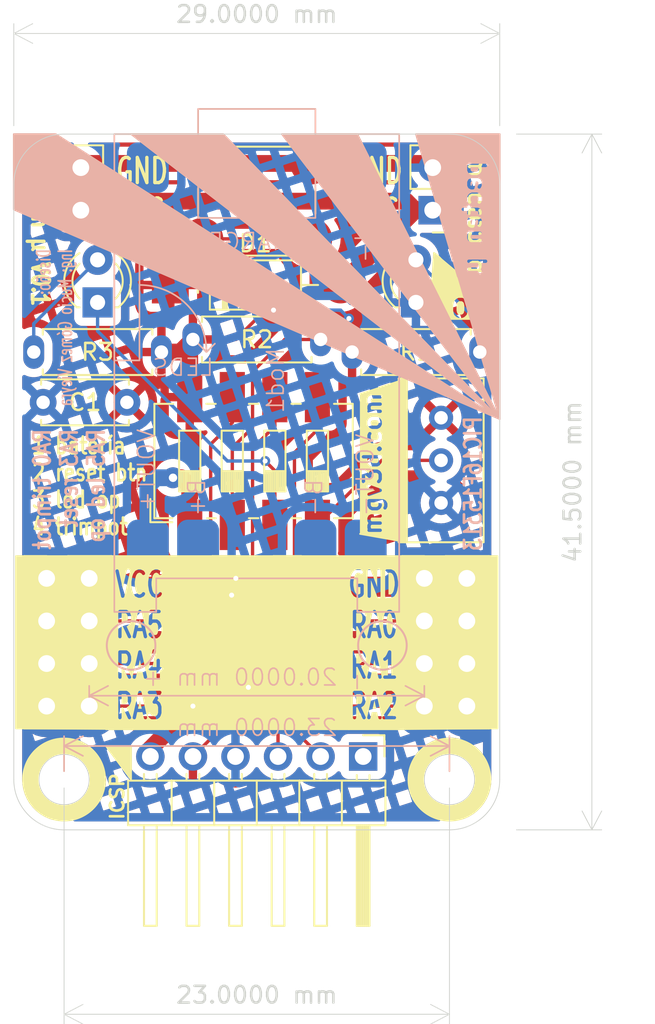
<source format=kicad_pcb>
(kicad_pcb (version 20240108) (generator "pcbnew") (generator_version "8.0")
  (layers (0 "F.Cu" signal) (31 "B.Cu" signal) (34 "B.Paste" user) (35 "F.Paste" user) (36 "B.SilkS" user "B.Silkscreen") (37 "F.SilkS" user "F.Silkscreen") (38 "B.Mask" user) (39 "F.Mask" user) (44 "Edge.Cuts" user))
  (net 0 "")
  (net 1 "Net-(J3-Pin_1)")
  (net 2 "Net-(J4-Pin_1)")
  (net 3 "GND")
  (net 4 "VCC")
  (net 5 "Net-(D1-A)")
  (net 6 "Net-(D2-A)")
  (net 7 "Net-(D3-A)")
  (net 8 "/led_op")
  (net 9 "/ra3")
  (net 10 "/pgd")
  (net 11 "/aux")
  (net 12 "/pgc")
  (net 13 "/ra2")
  (net 14 "/ra5")
  (net 15 "/ra4")
  (net 17 "/bat_vcc")
  (net 19 "/reset")
  (net 20 "/pot")
  (footprint "Connector_PinHeader_2.54mm:PinHeader_2x04_P2.54mm_Vertical" (layer "F.Cu") (at 87.46 97)
    (property "Reference" "J7" (hide yes))
    (property "Value" "terminales")
    (fp_line (start -1.33 -1.33) (end 0 -1.33) (stroke (width 0.12)) (layer "F.SilkS"))
    (fp_line (start -1.33 0) (end -1.33 -1.33) (stroke (width 0.12)) (layer "F.SilkS"))
    (fp_line (start -1.33 1.27) (end -1.33 8.95) (stroke (width 0.12)) (layer "F.SilkS"))
    (fp_line (start -1.33 1.27) (end 1.27 1.27) (stroke (width 0.12)) (layer "F.SilkS"))
    (fp_line (start -1.33 8.95) (end 3.87 8.95) (stroke (width 0.12)) (layer "F.SilkS"))
    (fp_line (start 1.27 -1.33) (end 3.87 -1.33) (stroke (width 0.12)) (layer "F.SilkS"))
    (fp_line (start 1.27 1.27) (end 1.27 -1.33) (stroke (width 0.12)) (layer "F.SilkS"))
    (fp_line (start 3.87 -1.33) (end 3.87 8.95) (stroke (width 0.12)) (layer "F.SilkS"))
    (pad "1" thru_hole rect (at 0 0) (size 1.7 1.7) (drill 1) (layers "*.Cu" "*.Mask") (net 4 "VCC"))
    (pad "2" thru_hole oval (at 2.54 0) (size 1.7 1.7) (drill 1) (layers "*.Cu" "*.Mask") (net 4 "VCC"))
    (pad "3" thru_hole oval (at 0 2.54) (size 1.7 1.7) (drill 1) (layers "*.Cu" "*.Mask") (net 14 "/ra5"))
    (pad "4" thru_hole oval (at 2.54 2.54) (size 1.7 1.7) (drill 1) (layers "*.Cu" "*.Mask") (net 14 "/ra5"))
    (pad "5" thru_hole oval (at 0 5.08) (size 1.7 1.7) (drill 1) (layers "*.Cu" "*.Mask") (net 15 "/ra4"))
    (pad "6" thru_hole oval (at 2.54 5.08) (size 1.7 1.7) (drill 1) (layers "*.Cu" "*.Mask") (net 15 "/ra4"))
    (pad "7" thru_hole oval (at 0 7.62) (size 1.7 1.7) (drill 1) (layers "*.Cu" "*.Mask") (net 9 "/ra3"))
    (pad "8" thru_hole oval (at 2.54 7.62) (size 1.7 1.7) (drill 1) (layers "*.Cu" "*.Mask") (net 9 "/ra3"))
  )
  (footprint "Potentiometer_THT:Potentiometer_Bourns_3296W_Vertical" (layer "F.Cu") (at 111 87.42 90)
    (property "Reference" "RV1" (hide yes))
    (property "Value" "TRIMPOT 10K")
    (fp_line (start 2.345 -2.53) (end 2.345 2.54) (stroke (width 0.12)) (layer "F.SilkS"))
    (fp_line (start -7.425 -2.53) (end 2.345 -2.53) (stroke (width 0.12)) (layer "F.SilkS"))
    (fp_line (start -7.425 -2.53) (end -7.425 2.54) (stroke (width 0.12)) (layer "F.SilkS"))
    (fp_line (start -7.425 2.54) (end 2.345 2.54) (stroke (width 0.12)) (layer "F.SilkS"))
    (pad "1" thru_hole circle (at 0 0 90) (size 1.44 1.44) (drill 0.8) (layers "*.Cu" "*.Mask") (net 4 "VCC"))
    (pad "2" thru_hole circle (at -2.54 0 90) (size 1.44 1.44) (drill 0.8) (layers "*.Cu" "*.Mask") (net 20 "/pot"))
    (pad "3" thru_hole circle (at -5.08 0 90) (size 1.44 1.44) (drill 0.8) (layers "*.Cu" "*.Mask") (net 3 "GND"))
  )
  (footprint "Connector_PinHeader_2.54mm:PinHeader_2x04_P2.54mm_Vertical" (layer "F.Cu") (at 110 97)
    (property "Reference" "J6" (hide yes))
    (property "Value" "terminales")
    (fp_line (start -1.33 -1.33) (end 0 -1.33) (stroke (width 0.12)) (layer "F.SilkS"))
    (fp_line (start -1.33 0) (end -1.33 -1.33) (stroke (width 0.12)) (layer "F.SilkS"))
    (fp_line (start -1.33 1.27) (end -1.33 8.95) (stroke (width 0.12)) (layer "F.SilkS"))
    (fp_line (start -1.33 1.27) (end 1.27 1.27) (stroke (width 0.12)) (layer "F.SilkS"))
    (fp_line (start -1.33 8.95) (end 3.87 8.95) (stroke (width 0.12)) (layer "F.SilkS"))
    (fp_line (start 1.27 -1.33) (end 3.87 -1.33) (stroke (width 0.12)) (layer "F.SilkS"))
    (fp_line (start 1.27 1.27) (end 1.27 -1.33) (stroke (width 0.12)) (layer "F.SilkS"))
    (fp_line (start 3.87 -1.33) (end 3.87 8.95) (stroke (width 0.12)) (layer "F.SilkS"))
    (pad "1" thru_hole rect (at 0 0) (size 1.7 1.7) (drill 1) (layers "*.Cu" "*.Mask") (net 3 "GND"))
    (pad "2" thru_hole oval (at 2.54 0) (size 1.7 1.7) (drill 1) (layers "*.Cu" "*.Mask") (net 3 "GND"))
    (pad "3" thru_hole oval (at 0 2.54) (size 1.7 1.7) (drill 1) (layers "*.Cu" "*.Mask") (net 10 "/pgd"))
    (pad "4" thru_hole oval (at 2.54 2.54) (size 1.7 1.7) (drill 1) (layers "*.Cu" "*.Mask") (net 10 "/pgd"))
    (pad "5" thru_hole oval (at 0 5.08) (size 1.7 1.7) (drill 1) (layers "*.Cu" "*.Mask") (net 12 "/pgc"))
    (pad "6" thru_hole oval (at 2.54 5.08) (size 1.7 1.7) (drill 1) (layers "*.Cu" "*.Mask") (net 12 "/pgc"))
    (pad "7" thru_hole oval (at 0 7.62) (size 1.7 1.7) (drill 1) (layers "*.Cu" "*.Mask") (net 13 "/ra2"))
    (pad "8" thru_hole oval (at 2.54 7.62) (size 1.7 1.7) (drill 1) (layers "*.Cu" "*.Mask") (net 13 "/ra2"))
  )
  (footprint "Connector_PinHeader_2.54mm:PinHeader_1x02_P2.54mm_Vertical" (layer "F.Cu") (at 110.5 75.04 180)
    (property "Reference" "J2" (hide yes))
    (property "Value" "Conn_01x02")
    (fp_line (start 1.33 1.27) (end 1.33 3.87) (stroke (width 0.12)) (layer "F.SilkS"))
    (fp_line (start -1.33 3.87) (end 1.33 3.87) (stroke (width 0.12)) (layer "F.SilkS"))
    (fp_line (start -1.33 1.27) (end 1.33 1.27) (stroke (width 0.12)) (layer "F.SilkS"))
    (fp_line (start -1.33 1.27) (end -1.33 3.87) (stroke (width 0.12)) (layer "F.SilkS"))
    (fp_line (start -1.33 0) (end -1.33 -1.33) (stroke (width 0.12)) (layer "F.SilkS"))
    (fp_line (start -1.33 -1.33) (end 0 -1.33) (stroke (width 0.12)) (layer "F.SilkS"))
    (pad "1" thru_hole rect (at 0 0 180) (size 1.7 1.7) (drill 1) (layers "*.Cu" "*.Mask") (net 5 "Net-(D1-A)"))
    (pad "2" thru_hole oval (at 0 2.54 180) (size 1.7 1.7) (drill 1) (layers "*.Cu" "*.Mask") (net 3 "GND"))
  )
  (footprint "Connector_PinHeader_2.54mm:PinHeader_1x06_P2.54mm_Horizontal" (layer "F.Cu") (at 106.35 107.625 -90)
    (property "Reference" "J5" (hide yes))
    (property "Value" "ICSP")
    (fp_line (start 1.44 14.03) (end 4.1 14.03) (stroke (width 0.12)) (layer "F.SilkS"))
    (fp_line (start 4.1 14.03) (end 4.1 -1.33) (stroke (width 0.12)) (layer "F.SilkS"))
    (fp_line (start 1.042929 13.08) (end 1.44 13.08) (stroke (width 0.12)) (layer "F.SilkS"))
    (fp_line (start 10.1 13.08) (end 4.1 13.08) (stroke (width 0.12)) (layer "F.SilkS"))
    (fp_line (start 1.042929 12.32) (end 1.44 12.32) (stroke (width 0.12)) (layer "F.SilkS"))
    (fp_line (start 4.1 12.32) (end 10.1 12.32) (stroke (width 0.12)) (layer "F.SilkS"))
    (fp_line (start 10.1 12.32) (end 10.1 13.08) (stroke (width 0.12)) (layer "F.SilkS"))
    (fp_line (start 1.44 11.43) (end 4.1 11.43) (stroke (width 0.12)) (layer "F.SilkS"))
    (fp_line (start 1.042929 10.54) (end 1.44 10.54) (stroke (width 0.12)) (layer "F.SilkS"))
    (fp_line (start 10.1 10.54) (end 4.1 10.54) (stroke (width 0.12)) (layer "F.SilkS"))
    (fp_line (start 1.042929 9.78) (end 1.44 9.78) (stroke (width 0.12)) (layer "F.SilkS"))
    (fp_line (start 4.1 9.78) (end 10.1 9.78) (stroke (width 0.12)) (layer "F.SilkS"))
    (fp_line (start 10.1 9.78) (end 10.1 10.54) (stroke (width 0.12)) (layer "F.SilkS"))
    (fp_line (start 1.44 8.89) (end 4.1 8.89) (stroke (width 0.12)) (layer "F.SilkS"))
    (fp_line (start 1.042929 8) (end 1.44 8) (stroke (width 0.12)) (layer "F.SilkS"))
    (fp_line (start 10.1 8) (end 4.1 8) (stroke (width 0.12)) (layer "F.SilkS"))
    (fp_line (start 1.042929 7.24) (end 1.44 7.24) (stroke (width 0.12)) (layer "F.SilkS"))
    (fp_line (start 4.1 7.24) (end 10.1 7.24) (stroke (width 0.12)) (layer "F.SilkS"))
    (fp_line (start 10.1 7.24) (end 10.1 8) (stroke (width 0.12)) (layer "F.SilkS"))
    (fp_line (start 1.44 6.35) (end 4.1 6.35) (stroke (width 0.12)) (layer "F.SilkS"))
    (fp_line (start 1.042929 5.46) (end 1.44 5.46) (stroke (width 0.12)) (layer "F.SilkS"))
    (fp_line (start 10.1 5.46) (end 4.1 5.46) (stroke (width 0.12)) (layer "F.SilkS"))
    (fp_line (start 1.042929 4.7) (end 1.44 4.7) (stroke (width 0.12)) (layer "F.SilkS"))
    (fp_line (start 4.1 4.7) (end 10.1 4.7) (stroke (width 0.12)) (layer "F.SilkS"))
    (fp_line (start 10.1 4.7) (end 10.1 5.46) (stroke (width 0.12)) (layer "F.SilkS"))
    (fp_line (start 1.44 3.81) (end 4.1 3.81) (stroke (width 0.12)) (layer "F.SilkS"))
    (fp_line (start 1.042929 2.92) (end 1.44 2.92) (stroke (width 0.12)) (layer "F.SilkS"))
    (fp_line (start 10.1 2.92) (end 4.1 2.92) (stroke (width 0.12)) (layer "F.SilkS"))
    (fp_line (start 1.042929 2.16) (end 1.44 2.16) (stroke (width 0.12)) (layer "F.SilkS"))
    (fp_line (start 4.1 2.16) (end 10.1 2.16) (stroke (width 0.12)) (layer "F.SilkS"))
    (fp_line (start 10.1 2.16) (end 10.1 2.92) (stroke (width 0.12)) (layer "F.SilkS"))
    (fp_line (start 1.44 1.27) (end 4.1 1.27) (stroke (width 0.12)) (layer "F.SilkS"))
    (fp_line (start 1.11 0.38) (end 1.44 0.38) (stroke (width 0.12)) (layer "F.SilkS"))
    (fp_line (start 10.1 0.38) (end 4.1 0.38) (stroke (width 0.12)) (layer "F.SilkS"))
    (fp_line (start 4.1 0.28) (end 10.1 0.28) (stroke (width 0.12)) (layer "F.SilkS"))
    (fp_line (start 4.1 0.16) (end 10.1 0.16) (stroke (width 0.12)) (layer "F.SilkS"))
    (fp_line (start 4.1 0.04) (end 10.1 0.04) (stroke (width 0.12)) (layer "F.SilkS"))
    (fp_line (start -1.27 0) (end -1.27 -1.27) (stroke (width 0.12)) (layer "F.SilkS"))
    (fp_line (start 4.1 -0.08) (end 10.1 -0.08) (stroke (width 0.12)) (layer "F.SilkS"))
    (fp_line (start 4.1 -0.2) (end 10.1 -0.2) (stroke (width 0.12)) (layer "F.SilkS"))
    (fp_line (start 4.1 -0.32) (end 10.1 -0.32) (stroke (width 0.12)) (layer "F.SilkS"))
    (fp_line (start 1.11 -0.38) (end 1.44 -0.38) (stroke (width 0.12)) (layer "F.SilkS"))
    (fp_line (start 4.1 -0.38) (end 10.1 -0.38) (stroke (width 0.12)) (layer "F.SilkS"))
    (fp_line (start 10.1 -0.38) (end 10.1 0.38) (stroke (width 0.12)) (layer "F.SilkS"))
    (fp_line (start -1.27 -1.27) (end 0 -1.27) (stroke (width 0.12)) (layer "F.SilkS"))
    (fp_line (start 1.44 -1.33) (end 1.44 14.03) (stroke (width 0.12)) (layer "F.SilkS"))
    (fp_line (start 4.1 -1.33) (end 1.44 -1.33) (stroke (width 0.12)) (layer "F.SilkS"))
    (pad "1" thru_hole rect (at 0 0 270) (size 1.7 1.7) (drill 1) (layers "*.Cu" "*.Mask") (net 11 "/aux"))
    (pad "2" thru_hole oval (at 0 2.54 270) (size 1.7 1.7) (drill 1) (layers "*.Cu" "*.Mask") (net 12 "/pgc"))
    (pad "3" thru_hole oval (at 0 5.08 270) (size 1.7 1.7) (drill 1) (layers "*.Cu" "*.Mask") (net 10 "/pgd"))
    (pad "4" thru_hole oval (at 0 7.62 270) (size 1.7 1.7) (drill 1) (layers "*.Cu" "*.Mask") (net 3 "GND"))
    (pad "5" thru_hole oval (at 0 10.16 270) (size 1.7 1.7) (drill 1) (layers "*.Cu" "*.Mask") (net 4 "VCC"))
    (pad "6" thru_hole oval (at 0 12.7 270) (size 1.7 1.7) (drill 1) (layers "*.Cu" "*.Mask") (net 9 "/ra3"))
  )
  (footprint "Button_Switch_THT:SW_PUSH_6mm" (layer "F.Cu") (at 96.75 72.25)
    (property "Reference" "SW1" (at 3.25 2.25 0) (layer "F.SilkS"))
    (property "Value" "RESET")
    (fp_line (start -0.25 1.5) (end -0.25 3) (stroke (width 0.12)) (layer "F.SilkS"))
    (fp_line (start 1 5.5) (end 5.5 5.5) (stroke (width 0.12)) (layer "F.SilkS"))
    (fp_line (start 5.5 -1) (end 1 -1) (stroke (width 0.12)) (layer "F.SilkS"))
    (fp_line (start 6.75 3) (end 6.75 1.5) (stroke (width 0.12)) (layer "F.SilkS"))
    (pad "1" smd circle (at 0 0 90) (size 2.5 2.5) (layers "F.Cu" "F.Paste" "F.Mask") (net 3 "GND"))
    (pad "1" smd circle (at 6.5 0 90) (size 2.5 2.5) (layers "F.Cu" "F.Paste" "F.Mask") (net 3 "GND"))
    (pad "2" smd circle (at 0 4.5 90) (size 2.5 2.5) (layers "F.Cu" "F.Paste" "F.Mask") (net 19 "/reset"))
    (pad "2" smd circle (at 6.5 4.5 90) (size 2.5 2.5) (layers "F.Cu" "F.Paste" "F.Mask") (net 19 "/reset"))
  )
  (footprint "LED_THT:LED_D3.0mm" (layer "F.Cu") (at 109.5 80.54 90)
    (property "Reference" "D2" (hide yes))
    (property "Value" "LED")
    (fp_line (start -0.29 -1.236) (end -0.29 -1.08) (stroke (width 0.12)) (layer "F.SilkS"))
    (fp_line (start -0.29 1.08) (end -0.29 1.236) (stroke (width 0.12)) (layer "F.SilkS"))
    (fp_arc (start -0.29 -1.235516) (mid 1.366487 -1.987659) (end 2.942335 -1.078608) (stroke (width 0.12)) (layer "F.SilkS"))
    (fp_arc (start 0.229039 -1.08) (mid 1.270117 -1.5) (end 2.31113 -1.079837) (stroke (width 0.12)) (layer "F.SilkS"))
    (fp_arc (start 2.942335 1.078608) (mid 1.366487 1.987659) (end -0.29 1.235516) (stroke (width 0.12)) (layer "F.SilkS"))
    (fp_arc (start 2.31113 1.079837) (mid 1.270117 1.5) (end 0.229039 1.08) (stroke (width 0.12)) (layer "F.SilkS"))
    (pad "1" thru_hole rect (at 0 0 90) (size 1.8 1.8) (drill 0.9) (layers "*.Cu" "*.Mask") (net 3 "GND"))
    (pad "2" thru_hole circle (at 2.54 0 90) (size 1.8 1.8) (drill 0.9) (layers "*.Cu" "*.Mask") (net 6 "Net-(D2-A)"))
  )
  (footprint "LED_THT:LED_D3.0mm" (layer "F.Cu") (at 90.5 80.54 90)
    (property "Reference" "D3" (hide yes))
    (property "Value" "LED OP")
    (fp_line (start -0.29 -1.236) (end -0.29 -1.08) (stroke (width 0.12)) (layer "F.SilkS"))
    (fp_line (start -0.29 1.08) (end -0.29 1.236) (stroke (width 0.12)) (layer "F.SilkS"))
    (fp_arc (start -0.29 -1.235516) (mid 1.366487 -1.987659) (end 2.942335 -1.078608) (stroke (width 0.12)) (layer "F.SilkS"))
    (fp_arc (start 0.229039 -1.08) (mid 1.270117 -1.5) (end 2.31113 -1.079837) (stroke (width 0.12)) (layer "F.SilkS"))
    (fp_arc (start 2.942335 1.078608) (mid 1.366487 1.987659) (end -0.29 1.235516) (stroke (width 0.12)) (layer "F.SilkS"))
    (fp_arc (start 2.31113 1.079837) (mid 1.270117 1.5) (end 0.229039 1.08) (stroke (width 0.12)) (layer "F.SilkS"))
    (pad "1" thru_hole rect (at 0 0 90) (size 1.8 1.8) (drill 0.9) (layers "*.Cu" "*.Mask") (net 8 "/led_op"))
    (pad "2" thru_hole circle (at 2.54 0 90) (size 1.8 1.8) (drill 0.9) (layers "*.Cu" "*.Mask") (net 7 "Net-(D3-A)"))
  )
  (footprint "Resistor_THT:R_Axial_DIN0207_L6.3mm_D2.5mm_P7.62mm_Horizontal" (layer "F.Cu") (at 96.19 82.75)
    (property "Reference" "R2" (at 3.81 0 0) (layer "F.SilkS"))
    (property "Value" "10k")
    (fp_line (start 0.54 -1.37) (end 7.08 -1.37) (stroke (width 0.12)) (layer "F.SilkS"))
    (fp_line (start 0.54 -1.04) (end 0.54 -1.37) (stroke (width 0.12)) (layer "F.SilkS"))
    (fp_line (start 0.54 1.04) (end 0.54 1.37) (stroke (width 0.12)) (layer "F.SilkS"))
    (fp_line (start 0.54 1.37) (end 7.08 1.37) (stroke (width 0.12)) (layer "F.SilkS"))
    (fp_line (start 7.08 -1.37) (end 7.08 -1.04) (stroke (width 0.12)) (layer "F.SilkS"))
    (fp_line (start 7.08 1.37) (end 7.08 1.04) (stroke (width 0.12)) (layer "F.SilkS"))
    (pad "1" thru_hole oval (at 0 0) (size 1.25 2) (drill 0.8) (layers "*.Cu" "*.Mask") (net 4 "VCC"))
    (pad "2" thru_hole oval (at 7.62 0) (size 1.25 2) (drill 0.8) (layers "*.Cu" "*.Mask") (net 19 "/reset"))
  )
  (footprint "Resistor_THT:R_Axial_DIN0207_L6.3mm_D2.5mm_P7.62mm_Horizontal" (layer "F.Cu") (at 94.31 83.5 180)
    (property "Reference" "R3" (at 3.81 0 360) (layer "F.SilkS"))
    (property "Value" "330")
    (fp_line (start 7.08 1.37) (end 7.08 1.04) (stroke (width 0.12)) (layer "F.SilkS"))
    (fp_line (start 7.08 -1.37) (end 7.08 -1.04) (stroke (width 0.12)) (layer "F.SilkS"))
    (fp_line (start 0.54 1.37) (end 7.08 1.37) (stroke (width 0.12)) (layer "F.SilkS"))
    (fp_line (start 0.54 1.04) (end 0.54 1.37) (stroke (width 0.12)) (layer "F.SilkS"))
    (fp_line (start 0.54 -1.04) (end 0.54 -1.37) (stroke (width 0.12)) (layer "F.SilkS"))
    (fp_line (start 0.54 -1.37) (end 7.08 -1.37) (stroke (width 0.12)) (layer "F.SilkS"))
    (pad "1" thru_hole oval (at 0 0 180) (size 1.25 2) (drill 0.8) (layers "*.Cu" "*.Mask") (net 4 "VCC"))
    (pad "2" thru_hole oval (at 7.62 0 180) (size 1.25 2) (drill 0.8) (layers "*.Cu" "*.Mask") (net 7 "Net-(D3-A)"))
  )
  (footprint "Diode_THT:D_DO-41_SOD81_P10.16mm_Horizontal" (layer "F.Cu") (at 94.84 79.5)
    (property "Reference" "D1" (at 5.08 -2.47 0) (layer "F.SilkS"))
    (property "Value" "1N4001")
    (fp_line (start 1.34 0) (end 2.36 0) (stroke (width 0.12)) (layer "F.SilkS"))
    (fp_line (start 2.36 -1.47) (end 2.36 1.47) (stroke (width 0.12)) (layer "F.SilkS"))
    (fp_line (start 2.36 1.47) (end 7.8 1.47) (stroke (width 0.12)) (layer "F.SilkS"))
    (fp_line (start 3.14 -1.47) (end 3.14 1.47) (stroke (width 0.12)) (layer "F.SilkS"))
    (fp_line (start 3.26 -1.47) (end 3.26 1.47) (stroke (width 0.12)) (layer "F.SilkS"))
    (fp_line (start 3.38 -1.47) (end 3.38 1.47) (stroke (width 0.12)) (layer "F.SilkS"))
    (fp_line (start 7.8 -1.47) (end 2.36 -1.47) (stroke (width 0.12)) (layer "F.SilkS"))
    (fp_line (start 7.8 1.47) (end 7.8 -1.47) (stroke (width 0.12)) (layer "F.SilkS"))
    (fp_line (start 8.82 0) (end 7.8 0) (stroke (width 0.12)) (layer "F.SilkS"))
    (fp_text user "K" (at 1.91 0 0) (layer "F.SilkS"))
    (pad "1" smd rect (at 0 0) (size 2.2 2.2) (layers "F.Cu" "F.Paste" "F.Mask") (net 4 "VCC"))
    (pad "2" smd oval (at 10.16 0) (size 2.2 2.2) (layers "F.Cu" "F.Paste" "F.Mask") (net 5 "Net-(D1-A)"))
  )
  (footprint "Button_Switch_THT:SW_DIP_SPSTx04_Slide_6.7x11.72mm_W7.62mm_P2.54mm_LowProfile" (layer "F.Cu") (at 96 93.81 90)
    (property "Reference" "SW2" (hide yes))
    (property "Value" "CONTROL")
    (fp_line (start 0.16 -2.35) (end 1.543 -2.35) (stroke (width 0.12)) (layer "F.SilkS"))
    (fp_line (start 0.16 -2.35) (end 0.16 -1.04) (stroke (width 0.12)) (layer "F.SilkS"))
    (fp_line (start 7.221 -2.11) (end 7.221 -0.99) (stroke (width 0.12)) (layer "F.SilkS"))
    (fp_line (start 0.4 -2.11) (end 7.221 -2.11) (stroke (width 0.12)) (layer "F.SilkS"))
    (fp_line (start 0.4 -2.11) (end 0.4 -1.04) (stroke (width 0.12)) (layer "F.SilkS"))
    (fp_line (start 5.62 -0.635) (end 2 -0.635) (stroke (width 0.12)) (layer "F.SilkS"))
    (fp_line (start 3.206667 -0.635) (end 3.206667 0.635) (stroke (width 0.12)) (layer "F.SilkS"))
    (fp_line (start 2 -0.635) (end 2 0.635) (stroke (width 0.12)) (layer "F.SilkS"))
    (fp_line (start 2 -0.515) (end 3.206667 -0.515) (stroke (width 0.12)) (layer "F.SilkS"))
    (fp_line (start 2 -0.395) (end 3.206667 -0.395) (stroke (width 0.12)) (layer "F.SilkS"))
    (fp_line (start 2 -0.275) (end 3.206667 -0.275) (stroke (width 0.12)) (layer "F.SilkS"))
    (fp_line (start 2 -0.155) (end 3.206667 -0.155) (stroke (width 0.12)) (layer "F.SilkS"))
    (fp_line (start 2 -0.035) (end 3.206667 -0.035) (stroke (width 0.12)) (layer "F.SilkS"))
    (fp_line (start 2 0.085) (end 3.206667 0.085) (stroke (width 0.12)) (layer "F.SilkS"))
    (fp_line (start 2 0.205) (end 3.206667 0.205) (stroke (width 0.12)) (layer "F.SilkS"))
    (fp_line (start 2 0.325) (end 3.206667 0.325) (stroke (width 0.12)) (layer "F.SilkS"))
    (fp_line (start 2 0.445) (end 3.206667 0.445) (stroke (width 0.12)) (layer "F.SilkS"))
    (fp_line (start 2 0.565) (end 3.206667 0.565) (stroke (width 0.12)) (layer "F.SilkS"))
    (fp_line (start 5.62 0.635) (end 5.62 -0.635) (stroke (width 0.12)) (layer "F.SilkS"))
    (fp_line (start 2 0.635) (end 5.62 0.635) (stroke (width 0.12)) (layer "F.SilkS"))
    (fp_line (start 7.221 0.99) (end 7.221 1.551) (stroke (width 0.12)) (layer "F.SilkS"))
    (fp_line (start 0.4 1.04) (end 0.4 1.551) (stroke (width 0.12)) (layer "F.SilkS"))
    (fp_line (start 5.62 1.905) (end 2 1.905) (stroke (width 0.12)) (layer "F.SilkS"))
    (fp_line (start 3.206667 1.905) (end 3.206667 3.175) (stroke (width 0.12)) (layer "F.SilkS"))
    (fp_line (start 2 1.905) (end 2 3.175) (stroke (width 0.12)) (layer "F.SilkS"))
    (fp_line (start 2 2.025) (end 3.206667 2.025) (stroke (width 0.12)) (layer "F.SilkS"))
    (fp_line (start 2 2.145) (end 3.206667 2.145) (stroke (width 0.12)) (layer "F.SilkS"))
    (fp_line (start 2 2.265) (end 3.206667 2.265) (stroke (width 0.12)) (layer "F.SilkS"))
    (fp_line (start 2 2.385) (end 3.206667 2.385) (stroke (width 0.12)) (layer "F.SilkS"))
    (fp_line (start 2 2.505) (end 3.206667 2.505) (stroke (width 0.12)) (layer "F.SilkS"))
    (fp_line (start 2 2.625) (end 3.206667 2.625) (stroke (width 0.12)) (layer "F.SilkS"))
    (fp_line (start 2 2.745) (end 3.206667 2.745) (stroke (width 0.12)) (layer "F.SilkS"))
    (fp_line (start 2 2.865) (end 3.206667 2.865) (stroke (width 0.12)) (layer "F.SilkS"))
    (fp_line (start 2 2.985) (end 3.206667 2.985) (stroke (width 0.12)) (layer "F.SilkS"))
    (fp_line (start 2 3.105) (end 3.206667 3.105) (stroke (width 0.12)) (layer "F.SilkS"))
    (fp_line (start 5.62 3.175) (end 5.62 1.905) (stroke (width 0.12)) (layer "F.SilkS"))
    (fp_line (start 2 3.175) (end 5.62 3.175) (stroke (width 0.12)) (layer "F.SilkS"))
    (fp_line (start 7.221 3.53) (end 7.221 4.091) (stroke (width 0.12)) (layer "F.SilkS"))
    (fp_line (start 0.4 3.53) (end 0.4 4.091) (stroke (width 0.12)) (layer "F.SilkS"))
    (fp_line (start 5.62 4.445) (end 2 4.445) (stroke (width 0.12)) (layer "F.SilkS"))
    (fp_line (start 3.206667 4.445) (end 3.206667 5.715) (stroke (width 0.12)) (layer "F.SilkS"))
    (fp_line (start 2 4.445) (end 2 5.715) (stroke (width 0.12)) (layer "F.SilkS"))
    (fp_line (start 2 4.565) (end 3.206667 4.565) (stroke (width 0.12)) (layer "F.SilkS"))
    (fp_line (start 2 4.685) (end 3.206667 4.685) (stroke (width 0.12)) (layer "F.SilkS"))
    (fp_line (start 2 4.805) (end 3.206667 4.805) (stroke (width 0.12)) (layer "F.SilkS"))
    (fp_line (start 2 4.925) (end 3.206667 4.925) (stroke (width 0.12)) (layer "F.SilkS"))
    (fp_line (start 2 5.045) (end 3.206667 5.045) (stroke (width 0.12)) (layer "F.SilkS"))
    (fp_line (start 2 5.165) (end 3.206667 5.165) (stroke (width 0.12)) (layer "F.SilkS"))
    (fp_line (start 2 5.285) (end 3.206667 5.285) (stroke (width 0.12)) (layer "F.SilkS"))
    (fp_line (start 2 5.405) (end 3.206667 5.405) (stroke (width 0.12)) (layer "F.SilkS"))
    (fp_line (start 2 5.525) (end 3.206667 5.525) (stroke (width 0.12)) (layer "F.SilkS"))
    (fp_line (start 2 5.645) (end 3.206667 5.645) (stroke (width 0.12)) (layer "F.SilkS"))
    (fp_line (start 5.62 5.715) (end 5.62 4.445) (stroke (width 0.12)) (layer "F.SilkS"))
    (fp_line (start 2 5.715) (end 5.62 5.715) (stroke (width 0.12)) (layer "F.SilkS"))
    (fp_line (start 7.221 6.07) (end 7.221 6.631) (stroke (width 0.12)) (layer "F.SilkS"))
    (fp_line (start 0.4 6.07) (end 0.4 6.631) (stroke (width 0.12)) (layer "F.SilkS"))
    (fp_line (start 5.62 6.985) (end 2 6.985) (stroke (width 0.12)) (layer "F.SilkS"))
    (fp_line (start 3.206667 6.985) (end 3.206667 8.255) (stroke (width 0.12)) (layer "F.SilkS"))
    (fp_line (start 2 6.985) (end 2 8.255) (stroke (width 0.12)) (layer "F.SilkS"))
    (fp_line (start 2 7.105) (end 3.206667 7.105) (stroke (width 0.12)) (layer "F.SilkS"))
    (fp_line (start 2 7.225) (end 3.206667 7.225) (stroke (width 0.12)) (layer "F.SilkS"))
    (fp_line (start 2 7.345) (end 3.206667 7.345) (stroke (width 0.12)) (layer "F.SilkS"))
    (fp_line (start 2 7.465) (end 3.206667 7.465) (stroke (width 0.12)) (layer "F.SilkS"))
    (fp_line (start 2 7.585) (end 3.206667 7.585) (stroke (width 0.12)) (layer "F.SilkS"))
    (fp_line (start 2 7.705) (end 3.206667 7.705) (stroke (width 0.12)) (layer "F.SilkS"))
    (fp_line (start 2 7.825) (end 3.206667 7.825) (stroke (width 0.12)) (layer "F.SilkS"))
    (fp_line (start 2 7.945) (end 3.206667 7.945) (stroke (width 0.12)) (layer "F.SilkS"))
    (fp_line (start 2 8.065) (end 3.206667 8.065) (stroke (width 0.12)) (layer "F.SilkS"))
    (fp_line (start 2 8.185) (end 3.206667 8.185) (stroke (width 0.12)) (layer "F.SilkS"))
    (fp_line (start 5.62 8.255) (end 5.62 6.985) (stroke (width 0.12)) (layer "F.SilkS"))
    (fp_line (start 2 8.255) (end 5.62 8.255) (stroke (width 0.12)) (layer "F.SilkS"))
    (fp_line (start 7.221 8.61) (end 7.221 9.73) (stroke (width 0.12)) (layer "F.SilkS"))
    (fp_line (start 0.4 8.61) (end 0.4 9.73) (stroke (width 0.12)) (layer "F.SilkS"))
    (fp_line (start 0.4 9.73) (end 7.221 9.73) (stroke (width 0.12)) (layer "F.SilkS"))
    (pad "1" smd rect (at 0 0 90) (size 3 1.5) (layers "F.Cu" "F.Paste" "F.Mask") (net 17 "/bat_vcc"))
    (pad "2" smd rect (at 0 2.54 90) (size 3 1.5) (layers "F.Cu" "F.Paste" "F.Mask") (net 19 "/reset"))
    (pad "3" smd rect (at 0 5.08 90) (size 3 1.5) (layers "F.Cu" "F.Paste" "F.Mask") (net 8 "/led_op"))
    (pad "4" smd rect (at 0 7.62 90) (size 3 1.5) (layers "F.Cu" "F.Paste" "F.Mask") (net 20 "/pot"))
    (pad "5" smd rect (at 7.62 7.62 90) (size 3 1.5) (layers "F.Cu" "F.Paste" "F.Mask") (net 10 "/pgd"))
    (pad "6" smd rect (at 7.62 5.08 90) (size 3 1.5) (layers "F.Cu" "F.Paste" "F.Mask") (net 14 "/ra5"))
    (pad "7" smd rect (at 7.62 2.54 90) (size 3 1.5) (layers "F.Cu" "F.Paste" "F.Mask") (net 9 "/ra3"))
    (pad "8" smd rect (at 7.62 0 90) (size 3 1.5) (layers "F.Cu" "F.Paste" "F.Mask") (net 4 "VCC"))
  )
  (footprint "Capacitor_THT:C_Disc_D5.0mm_W2.5mm_P5.00mm" (layer "F.Cu") (at 92.25 86.5 180)
    (property "Reference" "C1" (at 2.5 0 360) (layer "F.SilkS"))
    (property "Value" "C")
    (fp_line (start 5.12 1.055) (end 5.12 1.37) (stroke (width 0.12)) (layer "F.SilkS"))
    (fp_line (start 5.12 -1.37) (end 5.12 -1.055) (stroke (width 0.12)) (layer "F.SilkS"))
    (fp_line (start -0.12 1.37) (end 5.12 1.37) (stroke (width 0.12)) (layer "F.SilkS"))
    (fp_line (start -0.12 1.055) (end -0.12 1.37) (stroke (width 0.12)) (layer "F.SilkS"))
    (fp_line (start -0.12 -1.37) (end 5.12 -1.37) (stroke (width 0.12)) (layer "F.SilkS"))
    (fp_line (start -0.12 -1.37) (end -0.12 -1.055) (stroke (width 0.12)) (layer "F.SilkS"))
    (pad "1" thru_hole circle (at 0 0 180) (size 1.6 1.6) (drill 0.8) (layers "*.Cu" "*.Mask") (net 4 "VCC"))
    (pad "2" thru_hole circle (at 5 0 180) (size 1.6 1.6) (drill 0.8) (layers "*.Cu" "*.Mask") (net 3 "GND"))
  )
  (footprint "Connector_PinHeader_2.54mm:PinHeader_1x02_P2.54mm_Vertical" (layer "F.Cu") (at 89.5 75.04 180)
    (property "Reference" "J1" (hide yes))
    (property "Value" "Conn_01x02")
    (fp_line (start 1.33 1.27) (end 1.33 3.87) (stroke (width 0.12)) (layer "F.SilkS"))
    (fp_line (start -1.33 3.87) (end 1.33 3.87) (stroke (width 0.12)) (layer "F.SilkS"))
    (fp_line (start -1.33 1.27) (end 1.33 1.27) (stroke (width 0.12)) (layer "F.SilkS"))
    (fp_line (start -1.33 1.27) (end -1.33 3.87) (stroke (width 0.12)) (layer "F.SilkS"))
    (fp_line (start -1.33 0) (end -1.33 -1.33) (stroke (width 0.12)) (layer "F.SilkS"))
    (fp_line (start -1.33 -1.33) (end 0 -1.33) (stroke (width 0.12)) (layer "F.SilkS"))
    (pad "1" thru_hole rect (at 0 0 180) (size 1.7 1.7) (drill 1) (layers "*.Cu" "*.Mask") (net 5 "Net-(D1-A)"))
    (pad "2" thru_hole oval (at 0 2.54 180) (size 1.7 1.7) (drill 1) (layers "*.Cu" "*.Mask") (net 3 "GND"))
  )
  (footprint "Resistor_THT:R_Axial_DIN0207_L6.3mm_D2.5mm_P7.62mm_Horizontal" (layer "F.Cu") (at 105.69 83.5)
    (property "Reference" "R1" (at 3.81 0 360) (layer "F.SilkS"))
    (property "Value" "330")
    (fp_line (start 0.54 -1.37) (end 7.08 -1.37) (stroke (width 0.12)) (layer "F.SilkS"))
    (fp_line (start 0.54 -1.04) (end 0.54 -1.37) (stroke (width 0.12)) (layer "F.SilkS"))
    (fp_line (start 0.54 1.04) (end 0.54 1.37) (stroke (width 0.12)) (layer "F.SilkS"))
    (fp_line (start 0.54 1.37) (end 7.08 1.37) (stroke (width 0.12)) (layer "F.SilkS"))
    (fp_line (start 7.08 -1.37) (end 7.08 -1.04) (stroke (width 0.12)) (layer "F.SilkS"))
    (fp_line (start 7.08 1.37) (end 7.08 1.04) (stroke (width 0.12)) (layer "F.SilkS"))
    (pad "1" thru_hole oval (at 0 0) (size 1.25 2) (drill 0.8) (layers "*.Cu" "*.Mask") (net 4 "VCC"))
    (pad "2" thru_hole oval (at 7.62 0) (size 1.25 2) (drill 0.8) (layers "*.Cu" "*.Mask") (net 6 "Net-(D2-A)"))
  )
  (footprint "Package_DIP:DIP-8_W7.62mm" (layer "F.Cu") (at 96.19 97)
    (property "Reference" "U1" (at 3.81 3.8 0) (layer "F.SilkS"))
    (property "Value" "PIC16F15313")
    (fp_line (start 1.16 -1.33) (end 1.16 8.95) (stroke (width 0.12)) (layer "F.SilkS"))
    (fp_line (start 1.16 8.95) (end 6.46 8.95) (stroke (width 0.12)) (layer "F.SilkS"))
    (fp_line (start 2.81 -1.33) (end 1.16 -1.33) (stroke (width 0.12)) (layer "F.SilkS"))
    (fp_line (start 6.46 -1.33) (end 4.81 -1.33) (stroke (width 0.12)) (layer "F.SilkS"))
    (fp_line (start 6.46 8.95) (end 6.46 -1.33) (stroke (width 0.12)) (layer "F.SilkS"))
    (fp_arc (start 4.81 -1.33) (mid 3.81 -0.33) (end 2.81 -1.33) (stroke (width 0.12)) (layer "F.SilkS"))
    (pad "1" smd oval (at 0 0) (size 3 2) (layers "F.Cu" "F.Paste" "F.Mask") (net 4 "VCC"))
    (pad "2" smd oval (at 0 2.54) (size 3 2) (layers "F.Cu" "F.Paste" "F.Mask") (net 14 "/ra5"))
    (pad "3" smd oval (at 0 5.08) (size 3 2) (layers "F.Cu" "F.Paste" "F.Mask") (net 15 "/ra4"))
    (pad "4" smd oval (at 0 7.62) (size 3 2) (layers "F.Cu" "F.Paste" "F.Mask") (net 9 "/ra3"))
    (pad "5" smd oval (at 7.62 7.62) (size 3 2) (layers "F.Cu" "F.Paste" "F.Mask") (net 13 "/ra2"))
    (pad "6" smd oval (at 7.62 5.08) (size 3 2) (layers "F.Cu" "F.Paste" "F.Mask") (net 12 "/pgc"))
    (pad "7" smd oval (at 7.62 2.54) (size 3 2) (layers "F.Cu" "F.Paste" "F.Mask") (net 10 "/pgd"))
    (pad "8" smd oval (at 7.62 0) (size 3 2) (layers "F.Cu" "F.Paste" "F.Mask") (net 3 "GND"))
  )
  (footprint "TestPoint:TestPoint_Pad_D2.5mm" (layer "B.Cu") (at 107.5 101 180)
    (property "Reference" "J4" (hide yes))
    (property "Value" "Conn_01x01")
    (fp_circle (center 0 0) (end 0 -1.45) (stroke (width 0.12)) (fill none) (layer "B.SilkS"))
    (pad "1" smd circle (at 0 0 180) (size 2.5 2.5) (layers "B.Cu" "B.Mask") (net 2 "Net-(J4-Pin_1)"))
  )
  (footprint "TestPoint:TestPoint_Pad_D2.5mm" (layer "B.Cu") (at 92.5 101 180)
    (property "Reference" "J3" (hide yes))
    (property "Value" "Conn_01x01")
    (fp_circle (center 0 0) (end 0 -1.45) (stroke (width 0.12)) (fill none) (layer "B.SilkS"))
    (pad "1" smd circle (at 0 0 180) (size 2.5 2.5) (layers "B.Cu" "B.Mask") (net 1 "Net-(J3-Pin_1)"))
  )
  (footprint "CreatedFootprints:TP4056" (layer "B.Cu") (at 87.5 83.5 -90)
    (property "Reference" "Mod1" (at 1.7 -13.62 90) (layer "B.SilkS") (effects (font (thickness 0.1)) (justify mirror)))
    (property "Value" "TP4056")
    (fp_line (start 15.5 -4) (end -13 -4) (stroke (width 0.1)) (layer "B.SilkS"))
    (fp_line (start 13.5 -6.5) (end 15.5 -6.5) (stroke (width 0.1)) (layer "B.SilkS"))
    (fp_line (start 15.5 -6.5) (end 15.5 -4) (stroke (width 0.1)) (layer "B.SilkS"))
    (fp_line (start -13 -9) (end -13 -4) (stroke (width 0.1)) (layer "B.SilkS"))
    (fp_line (start -0.5 -9) (end 0 -9.5) (stroke (width 0.1)) (layer "B.SilkS"))
    (fp_line (start 0 -9.5) (end -0.5 -9) (stroke (width 0.1)) (layer "B.SilkS"))
    (fp_line (start 0 -9.5) (end -0.5 -10) (stroke (width 0.1)) (layer "B.SilkS"))
    (fp_line (start -13 -16) (end -13 -21) (stroke (width 0.1)) (layer "B.SilkS"))
    (fp_line (start 13.5 -18.5) (end 13.5 -6.5) (stroke (width 0.1)) (layer "B.SilkS"))
    (fp_line (start 15.5 -18.5) (end 13.5 -18.5) (stroke (width 0.1)) (layer "B.SilkS"))
    (fp_line (start -13 -21) (end 15.5 -21) (stroke (width 0.1)) (layer "B.SilkS"))
    (fp_line (start 15.5 -21) (end 15.5 -18.5) (stroke (width 0.1)) (layer "B.SilkS"))
    (fp_rect (start -7.5 -4) (end 0.5 -5.5) (stroke (width 0.1)) (fill none) (layer "B.SilkS"))
    (fp_rect (start -14.5 -9) (end -8 -16) (stroke (width 0.1)) (fill none) (layer "B.SilkS"))
    (fp_arc (start -4 -5.5) (mid -2.828427 -8.328427) (end 0 -9.5) (stroke (width 0.1)) (layer "B.SilkS"))
    (fp_text user "B-" (at 7.5 -16.5 90) (layer "B.SilkS") (effects (font (thickness 0.1)) (justify left bottom mirror)))
    (fp_text user "VOUT-" (at 4.789306 -19.551262 90) (layer "B.SilkS") (effects (font (thickness 0.1)) (justify left bottom mirror)))
    (fp_text user "B+" (at 7.5 -9.5 90) (layer "B.SilkS") (effects (font (thickness 0.1)) (justify left bottom mirror)))
    (fp_text user "VIN-" (at -9 -19.5 90) (layer "B.SilkS") (effects (font (thickness 0.1)) (justify left bottom mirror)))
    (fp_text user "CHARGE" (at -6 -15.5 0) (layer "B.SilkS") (effects (font (thickness 0.1)) (justify left bottom mirror)))
    (fp_text user "LEDS" (at 1.5 -10 0) (layer "B.SilkS") (effects (font (thickness 0.1)) (justify left bottom mirror)))
    (fp_text user "VIN+" (at -9 -7 90) (layer "B.SilkS") (effects (font (thickness 0.1)) (justify left bottom mirror)))
    (fp_text user "VOUT+" (at 4.5 -6.5 90) (layer "B.SilkS") (effects (font (thickness 0.1)) (justify left bottom mirror)))
    (pad "1" smd roundrect (at -11 -6 270) (size 3 2.5) (layers "B.Cu" "B.Paste" "B.Mask"))
    (pad "2" smd roundrect (at -11 -19 270) (size 3 2.5) (layers "B.Cu" "B.Paste" "B.Mask"))
    (pad "3" smd roundrect (at 11.5 -6 270) (size 3 2.5) (layers "B.Cu" "B.Paste" "B.Mask") (net 17 "/bat_vcc"))
    (pad "4" smd roundrect (at 11.5 -19 270) (size 3 2.5) (layers "B.Cu" "B.Paste" "B.Mask") (net 3 "GND"))
    (pad "5" smd roundrect (at 11.5 -9 270) (size 3 2.5) (layers "B.Cu" "B.Paste" "B.Mask") (net 1 "Net-(J3-Pin_1)"))
    (pad "6" smd roundrect (at 11.5 -16 270) (size 3 2.5) (layers "B.Cu" "B.Paste" "B.Mask") (net 2 "Net-(J4-Pin_1)"))
  )
  (gr_poly (pts (xy 113.8535 72.121369) (xy 113.831807 78.909489) (xy 111.980741 78.8708) (xy 114.5 87.5) (xy 114.5 70.5) (xy 109.5 70.5) (xy 112 79) (xy 112.10994 79) (xy 112.123154 72.118922)) (stroke (width 0.1)) (fill solid) (layer "B.SilkS"))
  (gr_poly (pts (xy 85.5 75) (xy 114.5 87.5) (xy 88 70.5) (xy 85.5 70.5)) (stroke (width 0.1)) (fill solid) (layer "B.SilkS"))
  (gr_poly (pts (xy 114.5 87.5) (xy 101.5 70.5) (xy 106 70.5)) (stroke (width 0.1)) (fill solid) (layer "B.SilkS"))
  (gr_poly (pts (xy 114.5 87.5) (xy 92.5 70.5) (xy 98 70.5)) (stroke (width 0.1)) (fill solid) (layer "B.SilkS"))
  (gr_poly (pts (xy 113.64941 80.176684) (xy 110.578608 77.597665) (xy 110.314493 81.40064) (xy 111.613539 81.527406) (xy 111.617454 80.161023)) (stroke (width 0.1)) (fill solid) (layer "F.SilkS"))
  (gr_rect (start 91 105.5) (end 94.5 106) (stroke (width 0.1)) (fill solid) (layer "F.SilkS"))
  (gr_poly (pts (xy 85.63 95.67) (xy 114.37 95.67) (xy 114.37 105.95) (xy 108.418602 105.993307) (xy 108.511745 96.359055) (xy 105.510794 96.388419) (xy 105.5 106) (xy 94.5 106) (xy 94.499999 96.354478) (xy 91.499999 96.354478) (xy 91.552854 105.984498) (xy 85.63 105.95)) (stroke (width 0.1)) (fill solid) (layer "F.SilkS"))
  (gr_circle (center 111.5 109) (end 113.5 109) (stroke (width 1)) (fill none) (layer "F.SilkS"))
  (gr_rect (start 105.5 105.5) (end 108.5 106) (stroke (width 0.1)) (fill solid) (layer "F.SilkS"))
  (gr_poly (pts (xy 106.182658 86.004761) (xy 108.97 85.075) (xy 108.97 94.845) (xy 106.162262 94.348554) (xy 107.908688 94.337736) (xy 107.877401 85.997549)) (stroke (width 0.1)) (fill solid) (layer "F.SilkS"))
  (gr_poly (pts (xy 91 107) (xy 92.5 107) (xy 92.5 109)) (stroke (width 0.1)) (fill solid) (layer "F.SilkS"))
  (gr_circle (center 88.5 109) (end 90.5 109) (stroke (width 1)) (fill none) (layer "F.SilkS"))
  (gr_line (start 85.5 109) (end 85.5 73.5) (stroke (width 0.05)) (layer "Edge.Cuts"))
  (gr_line (start 111.5 112) (end 88.5 112) (stroke (width 0.05)) (layer "Edge.Cuts"))
  (gr_arc (start 88.5 112) (mid 86.37868 111.12132) (end 85.5 109) (stroke (width 0.05)) (layer "Edge.Cuts"))
  (gr_line (start 114.5 109) (end 114.5 73.5) (stroke (width 0.05)) (layer "Edge.Cuts"))
  (gr_arc (start 111.5 70.5) (mid 113.62132 71.37868) (end 114.5 73.5) (stroke (width 0.05)) (layer "Edge.Cuts"))
  (gr_arc (start 85.5 73.5) (mid 86.37868 71.37868) (end 88.5 70.5) (stroke (width 0.05)) (layer "Edge.Cuts"))
  (gr_circle (center 88.5 109) (end 87 109) (stroke (width 0.05)) (fill none) (layer "Edge.Cuts"))
  (gr_circle (center 111.5 109) (end 113 109) (stroke (width 0.05)) (fill none) (layer "Edge.Cuts"))
  (gr_arc (start 114.5 109) (mid 113.62132 111.12132) (end 111.5 112) (stroke (width 0.05)) (layer "Edge.Cuts"))
  (gr_line (start 88.5 70.5) (end 111.5 70.5) (stroke (width 0.05)) (layer "Edge.Cuts"))
  (gr_text "Diseño:\nIng: Mucio Gómez Vieyra" (at 89.045989 77.304429 90) (layer "B.SilkS") (effects (font (size 0.8 0.5) (thickness 0.1)) (justify left bottom mirror)))
  (gr_text "pecten μ" (at 113.458243 72 90) (layer "B.SilkS" knockout) (effects (font (size 1 1) (thickness 0.2) (bold yes)) (justify left bottom mirror)))
  (gr_text "-" (at 106.5 102.5 90) (layer "B.SilkS") (effects (font (size 1 1) (thickness 0.1)) (justify left bottom mirror)))
  (gr_text "RA0 trimpot\nRA3 reset\nRA5 led op\n" (at 91 88 90) (layer "B.SilkS") (effects (font (size 1 0.8) (thickness 0.16) (bold yes)) (justify left bottom mirror)))
  (gr_text "PIC16F15313" (at 113.496284 87.249458 90) (layer "B.SilkS") (effects (font (size 1 0.8) (thickness 0.16) (bold yes)) (justify left bottom mirror)))
  (gr_text "+" (at 94.5 103.5 -0) (layer "B.SilkS") (effects (font (size 1 1) (thickness 0.1)) (justify left bottom mirror)))
  (gr_text "mgv3d.com" (at 107.5 94.5 90) (layer "F.SilkS" knockout) (effects (font (size 1 1) (thickness 0.2) (bold yes)) (justify left bottom)))
  (gr_text "1 batería\n2 reset btn\n3 led op\n4 trimpot" (at 86.5 94.5 0) (layer "F.SilkS") (effects (font (size 1 0.8) (thickness 0.16) (bold yes)) (justify left bottom)))
  (gr_text "GND\nVCC" (at 105.5 76 0) (layer "F.SilkS") (effects (font (size 1.5 1) (thickness 0.2) (bold yes)) (justify left bottom)))
  (gr_text "pecten μ V0.1" (at 86.5 72 270) (layer "F.SilkS") (effects (font (size 1 0.8) (thickness 0.2) (bold yes)) (justify left bottom)))
  (gr_text "pecten μ" (at 113.5 79 90) (layer "F.SilkS") (effects (font (size 1 1) (thickness 0.2) (bold yes)) (justify left bottom)))
  (gr_text "ON" (at 111.5 81.5 0) (layer "F.SilkS" knockout) (effects (font (size 1 1) (thickness 0.2) (bold yes)) (justify left bottom)))
  (gr_text "VCC\nRA5\nRA4\nRA3" (at 93 101 0) (layer "F.SilkS" knockout) (effects (font (size 1.5 1) (thickness 0.2) (bold yes))))
  (gr_text "GND\nVCC" (at 91.5 76 0) (layer "F.SilkS") (effects (font (size 1.5 1) (thickness 0.2) (bold yes)) (justify left bottom)))
  (gr_text "ICSP" (at 92.140944 111.485794 90) (layer "F.SilkS") (effects (font (size 0.8 0.8) (thickness 0.16) (bold yes)) (justify left bottom)))
  (gr_text "GND\nRA0\nRA1\nRA2" (at 107 101 0) (layer "F.SilkS" knockout) (effects (font (size 1.5 1) (thickness 0.2) (bold yes))))
  (dimension (type aligned) (layer "B.SilkS") (pts (xy 88.5 109) (xy 111.5 109)) (height -2) (gr_text "23.0000 mm" (at 100 109.9 0) (layer "B.SilkS") (effects (font (size 1 1) (thickness 0.1)) (justify mirror))) (format (prefix "") (suffix "") (units 3) (units_format 1) (precision 4)) (style (thickness 0.1) (arrow_length 1.27) (text_position_mode 0) (extension_height 0.58642) (extension_offset 0.5) keep_text_aligned))
  (dimension (type aligned) (layer "B.SilkS") (pts (xy 90 105) (xy 110 105)) (height -1) (gr_text "20.0000 mm" (at 100 104.9 0) (layer "B.SilkS") (effects (font (size 1 1) (thickness 0.1)) (justify mirror))) (format (prefix "") (suffix "") (units 3) (units_format 1) (precision 4)) (style (thickness 0.1) (arrow_length 1.27) (text_position_mode 0) (extension_height 0.58642) (extension_offset 0.5) keep_text_aligned))
  (dimension (type aligned) (layer "Edge.Cuts") (pts (xy 111.5 109) (xy 88.5 109)) (height -14) (gr_text "23.0000 mm" (at 100 121.85 0) (layer "Edge.Cuts") (effects (font (size 1 1) (thickness 0.15)))) (format (prefix "") (suffix "") (units 3) (units_format 1) (precision 4)) (style (thickness 0.05) (arrow_length 1.27) (text_position_mode 0) (extension_height 0.58642) (extension_offset 0.5) keep_text_aligned))
  (dimension (type aligned) (layer "Edge.Cuts") (pts (xy 114.5 70.5) (xy 85.5 70.5)) (height 6) (gr_text "29.0000 mm" (at 100 63.35 0) (layer "Edge.Cuts") (effects (font (size 1 1) (thickness 0.15)))) (format (prefix "") (suffix "") (units 3) (units_format 1) (precision 4)) (style (thickness 0.05) (arrow_length 1.27) (text_position_mode 0) (extension_height 0.58642) (extension_offset 0.5) keep_text_aligned))
  (dimension (type aligned) (layer "Edge.Cuts") (pts (xy 115 70.5) (xy 115 112)) (height -5) (gr_text "41.5000 mm" (at 118.85 91.25 90) (layer "Edge.Cuts") (effects (font (size 1 1) (thickness 0.15)))) (format (prefix "") (suffix "") (units 3) (units_format 1) (precision 4)) (style (thickness 0.05) (arrow_length 1.27) (text_position_mode 0) (extension_height 0.58642) (extension_offset 0.5) keep_text_aligned))
  (segment (start 92.5 101) (end 96.5 97) (width 1) (layer "B.Cu") (net 1))
  (segment (start 96.5 97) (end 96.5 95) (width 1) (layer "B.Cu") (net 1))
  (segment (start 107.5 101) (end 103.5 97) (width 1) (layer "B.Cu") (net 2))
  (segment (start 103.5 97) (end 103.5 95) (width 1) (layer "B.Cu") (net 2))
  (segment (start 96.75 72.25) (end 89.75 72.25) (width 1) (layer "F.Cu") (net 3))
  (segment (start 103.81 97) (end 112.54 97) (width 0.2) (layer "F.Cu") (net 3))
  (segment (start 89.75 72.25) (end 89.5 72.5) (width 1) (layer "F.Cu") (net 3))
  (segment (start 110.25 72.25) (end 110.5 72.5) (width 1) (layer "F.Cu") (net 3))
  (segment (start 96.75 72.25) (end 103.25 72.25) (width 1) (layer "F.Cu") (net 3))
  (segment (start 103.25 72.25) (end 110.25 72.25) (width 1) (layer "F.Cu") (net 3))
  (segment (start 105.69 83.5) (end 105.69 81.69) (width 0.2) (layer "F.Cu") (net 4))
  (segment (start 97.19 98) (end 96.19 97) (width 0.2) (layer "F.Cu") (net 4))
  (segment (start 94.31 83.5) (end 95.44 83.5) (width 1) (layer "F.Cu") (net 4))
  (segment (start 100.5 81) (end 98.75 82.75) (width 0.2) (layer "F.Cu") (net 4))
  (segment (start 96.19 97) (end 87.46 97) (width 0.2) (layer "F.Cu") (net 4))
  (segment (start 98.5 98) (end 97.19 98) (width 0.2) (layer "F.Cu") (net 4))
  (segment (start 99.5 104.315) (end 96.19 107.625) (width 0.2) (layer "F.Cu") (net 4))
  (segment (start 96 82.94) (end 96.19 82.75) (width 1) (layer "F.Cu") (net 4))
  (segment (start 101 81) (end 100.5 81) (width 0.2) (layer "F.Cu") (net 4))
  (segment (start 98.75 82.75) (end 96.19 82.75) (width 0.2) (layer "F.Cu") (net 4))
  (segment (start 105.69 81.69) (end 105.5 81.5) (width 0.2) (layer "F.Cu") (net 4))
  (segment (start 96 86.19) (end 96 82.94) (width 1) (layer "F.Cu") (net 4))
  (segment (start 95.44 83.5) (end 96.19 82.75) (width 1) (layer "F.Cu") (net 4))
  (segment (start 99.5 103.5) (end 99.5 104.315) (width 0.2) (layer "F.Cu") (net 4))
  (via (at 105.5 81.5) (size 0.6) (drill 0.3) (layers "F.Cu" "B.Cu") (net 4))
  (via (at 99.5 103.5) (size 0.6) (drill 0.3) (layers "F.Cu" "B.Cu") (net 4))
  (via (at 98.5 98) (size 0.6) (drill 0.3) (layers "F.Cu" "B.Cu") (net 4))
  (via (at 101 81) (size 0.6) (drill 0.3) (layers "F.Cu" "B.Cu") (net 4))
  (segment (start 99 98) (end 98.5 98) (width 0.2) (layer "B.Cu") (net 4))
  (segment (start 100 103) (end 100 99) (width 0.2) (layer "B.Cu") (net 4))
  (segment (start 105.5 81.5) (end 105 81) (width 0.2) (layer "B.Cu") (net 4))
  (segment (start 99.5 103.5) (end 100 103) (width 0.2) (layer "B.Cu") (net 4))
  (segment (start 100 99) (end 99 98) (width 0.2) (layer "B.Cu") (net 4))
  (segment (start 105 81) (end 101 81) (width 0.2) (layer "B.Cu") (net 4))
  (segment (start 109.46 75.04) (end 108.92 74.5) (width 1) (layer "F.Cu") (net 5))
  (segment (start 105 79.5) (end 109.46 75.04) (width 1) (layer "F.Cu") (net 5))
  (segment (start 91 75.04) (end 89.5 75.04) (width 1) (layer "F.Cu") (net 5))
  (segment (start 91.54 74.5) (end 91 75.04) (width 1) (layer "F.Cu") (net 5))
  (segment (start 108.92 74.5) (end 91.54 74.5) (width 1) (layer "F.Cu") (net 5))
  (segment (start 109.46 75.04) (end 110.5 75.04) (width 1) (layer "F.Cu") (net 5))
  (segment (start 113.31 81.81) (end 109.5 78) (width 0.2) (layer "B.Cu") (net 6))
  (segment (start 113.31 83.5) (end 113.31 81.81) (width 0.2) (layer "B.Cu") (net 6))
  (segment (start 86.69 83.5) (end 86.69 81.81) (width 0.2) (layer "B.Cu") (net 7))
  (segment (start 86.69 81.81) (end 90.5 78) (width 0.2) (layer "B.Cu") (net 7))
  (segment (start 100.5 90) (end 101.08 90.58) (width 0.2) (layer "F.Cu") (net 8))
  (segment (start 101.08 90.58) (end 101.08 93.81) (width 0.2) (layer "F.Cu") (net 8))
  (via (at 100.5 90) (size 0.6) (drill 0.3) (layers "F.Cu" "B.Cu") (net 8))
  (segment (start 98.25 90) (end 90.5 82.25) (width 0.2) (layer "B.Cu") (net 8))
  (segment (start 100.5 90) (end 98.25 90) (width 0.2) (layer "B.Cu") (net 8))
  (segment (start 90.5 82.25) (end 90.5 80.54) (width 0.2) (layer "B.Cu") (net 8))
  (segment (start 98.54 87.71) (end 98.54 86.19) (width 0.2) (layer "F.Cu") (net 9))
  (segment (start 97.25 89) (end 98.54 87.71) (width 0.2) (layer "F.Cu") (net 9))
  (segment (start 93.65 107.16) (end 96.19 104.62) (width 1) (layer "F.Cu") (net 9))
  (segment (start 93.65 107.625) (end 93.65 107.16) (width 1) (layer "F.Cu") (net 9))
  (segment (start 97.25 95.5) (end 97.25 89) (width 0.2) (layer "F.Cu") (net 9))
  (segment (start 96.19 104.62) (end 87.46 104.62) (width 0.2) (layer "F.Cu") (net 9))
  (segment (start 98.75 97) (end 97.25 95.5) (width 0.2) (layer "F.Cu") (net 9))
  (via (at 98.75 97) (size 0.6) (drill 0.3) (layers "F.Cu" "B.Cu") (net 9))
  (via (at 96.19 104.62) (size 0.6) (drill 0.3) (layers "F.Cu" "B.Cu") (net 9))
  (segment (start 100.5 103.5) (end 99.38 104.62) (width 0.2) (layer "B.Cu") (net 9))
  (segment (start 98.75 97) (end 100.5 98.75) (width 0.2) (layer "B.Cu") (net 9))
  (segment (start 100.5 98.75) (end 100.5 103.5) (width 0.2) (layer "B.Cu") (net 9))
  (segment (start 99.38 104.62) (end 96.19 104.62) (width 0.2) (layer "B.Cu") (net 9))
  (segment (start 101.27 102.08) (end 103.81 99.54) (width 0.2) (layer "F.Cu") (net 10))
  (segment (start 102.01 96.17) (end 102.01 97.74) (width 0.2) (layer "F.Cu") (net 10))
  (segment (start 101.27 107.625) (end 101.27 102.08) (width 0.2) (layer "F.Cu") (net 10))
  (segment (start 103.81 99.54) (end 112.54 99.54) (width 0.2) (layer "F.Cu") (net 10))
  (segment (start 102.25 95.93) (end 102.01 96.17) (width 0.2) (layer "F.Cu") (net 10))
  (segment (start 103.62 88.13) (end 102.25 89.5) (width 0.2) (layer "F.Cu") (net 10))
  (segment (start 103.62 86.19) (end 103.62 88.13) (width 0.2) (layer "F.Cu") (net 10))
  (segment (start 102.01 97.74) (end 103.81 99.54) (width 0.2) (layer "F.Cu") (net 10))
  (segment (start 102.25 89.5) (end 102.25 95.93) (width 0.2) (layer "F.Cu") (net 10))
  (segment (start 103.81 107.625) (end 101.75 105.565) (width 0.2) (layer "F.Cu") (net 12))
  (segment (start 101.75 103) (end 102.67 102.08) (width 0.2) (layer "F.Cu") (net 12))
  (segment (start 101.75 105.565) (end 101.75 103) (width 0.2) (layer "F.Cu") (net 12))
  (segment (start 103.81 102.08) (end 112.54 102.08) (width 0.2) (layer "F.Cu") (net 12))
  (segment (start 102.67 102.08) (end 103.81 102.08) (width 0.2) (layer "F.Cu") (net 12))
  (segment (start 103.81 104.62) (end 112.54 104.62) (width 0.2) (layer "F.Cu") (net 13))
  (segment (start 101.08 86.19) (end 101.08 87.92) (width 0.2) (layer "F.Cu") (net 14))
  (segment (start 99.75 98) (end 98.21 99.54) (width 0.2) (layer "F.Cu") (net 14))
  (segment (start 96.19 99.54) (end 87.46 99.54) (width 0.2) (layer "F.Cu") (net 14))
  (segment (start 99.75 89.25) (end 99.75 98) (width 0.2) (layer "F.Cu") (net 14))
  (segment (start 101.08 87.92) (end 99.75 89.25) (width 0.2) (layer "F.Cu") (net 14))
  (segment (start 98.21 99.54) (end 96.19 99.54) (width 0.2) (layer "F.Cu") (net 14))
  (segment (start 96.19 102.08) (end 87.46 102.08) (width 0.2) (layer "F.Cu") (net 15))
  (segment (start 96 91.5) (end 96 93.81) (width 1) (layer "F.Cu") (net 17))
  (segment (start 95 91) (end 95.5 91) (width 1) (layer "F.Cu") (net 17))
  (segment (start 95.5 91) (end 96 91.5) (width 1) (layer "F.Cu") (net 17))
  (via (at 95 91) (size 1.25) (drill 0.5) (layers "F.Cu" "B.Cu") (net 17))
  (segment (start 93.5 91.5) (end 93.5 95) (width 1) (layer "B.Cu") (net 17))
  (segment (start 94 91) (end 93.5 91.5) (width 1) (layer "B.Cu") (net 17))
  (segment (start 95 91) (end 94 91) (width 1) (layer "B.Cu") (net 17))
  (segment (start 98.54 93.81) (end 98.54 89.21) (width 0.2) (layer "F.Cu") (net 19))
  (segment (start 103.81 82.75) (end 103.81 83.5) (width 0.2) (layer "F.Cu") (net 19))
  (segment (start 103.25 82.19) (end 103.81 82.75) (width 0.2) (layer "F.Cu") (net 19))
  (segment (start 98.54 89.21) (end 99.75 88) (width 0.2) (layer "F.Cu") (net 19))
  (segment (start 99.75 84.67) (end 101.67 82.75) (width 0.2) (layer "F.Cu") (net 19))
  (segment (start 99.75 88) (end 99.75 84.67) (width 0.2) (layer "F.Cu") (net 19))
  (segment (start 101.67 82.75) (end 103.81 82.75) (width 0.2) (layer "F.Cu") (net 19))
  (segment (start 103.25 76.75) (end 103.25 82.19) (width 0.2) (layer "F.Cu") (net 19))
  (segment (start 96.75 76.75) (end 103.25 76.75) (width 0.2) (layer "F.Cu") (net 19))
  (segment (start 107.47 89.96) (end 103.62 93.81) (width 0.2) (layer "F.Cu") (net 20))
  (segment (start 111 89.96) (end 107.47 89.96) (width 0.2) (layer "F.Cu") (net 20))
  (zone (net 4) (net_name "VCC") (layer "F.Cu") (connect_pads (clearance 0.5)) (min_thickness 0.25) (fill yes (mode hatch) (thermal_gap 0.5) (thermal_bridge_width 0.5) (island_removal_mode 1) (island_area_min 10) (hatch_thickness 0.5) (hatch_gap 0.8) (hatch_orientation 18) (hatch_border_algorithm hatch_thickness) (hatch_min_hole_area 0.3))
    (polygon (pts (xy 85.5 70.5) (xy 114.5 70.5) (xy 114.5 112) (xy 85.5 112)))
  )
  (zone (net 3) (net_name "GND") (layer "B.Cu") (priority 1) (connect_pads (clearance 0.5)) (min_thickness 0.25) (fill yes (mode hatch) (thermal_gap 0.5) (thermal_bridge_width 0.5) (island_removal_mode 1) (island_area_min 10) (hatch_thickness 0.5) (hatch_gap 0.8) (hatch_orientation 18) (hatch_smoothing_level 3) (hatch_smoothing_value 0.1) (hatch_border_algorithm hatch_thickness) (hatch_min_hole_area 0.3))
    (polygon (pts (xy 85.5 70.5) (xy 114.5 70.5) (xy 114.5 112) (xy 85.5 112)))
  )
)
</source>
